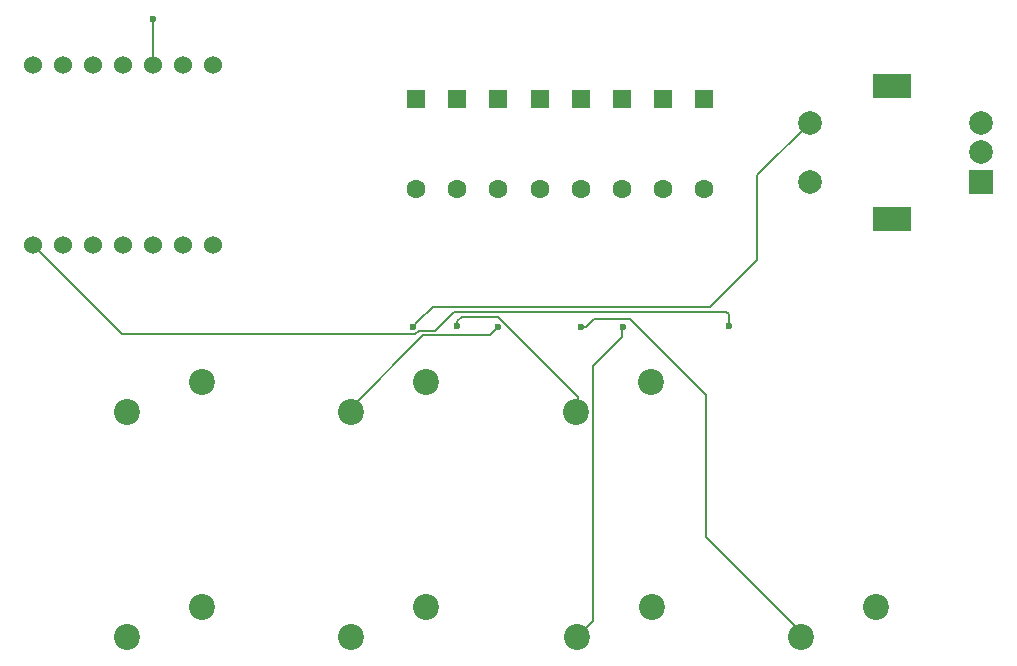
<source format=gbr>
G04 #@! TF.GenerationSoftware,KiCad,Pcbnew,9.0.7*
G04 #@! TF.CreationDate,2026-02-11T18:03:55+01:00*
G04 #@! TF.ProjectId,Schematic.kicad_pcb_2,53636865-6d61-4746-9963-2e6b69636164,rev?*
G04 #@! TF.SameCoordinates,Original*
G04 #@! TF.FileFunction,Copper,L2,Bot*
G04 #@! TF.FilePolarity,Positive*
%FSLAX46Y46*%
G04 Gerber Fmt 4.6, Leading zero omitted, Abs format (unit mm)*
G04 Created by KiCad (PCBNEW 9.0.7) date 2026-02-11 18:03:55*
%MOMM*%
%LPD*%
G01*
G04 APERTURE LIST*
G04 Aperture macros list*
%AMRoundRect*
0 Rectangle with rounded corners*
0 $1 Rounding radius*
0 $2 $3 $4 $5 $6 $7 $8 $9 X,Y pos of 4 corners*
0 Add a 4 corners polygon primitive as box body*
4,1,4,$2,$3,$4,$5,$6,$7,$8,$9,$2,$3,0*
0 Add four circle primitives for the rounded corners*
1,1,$1+$1,$2,$3*
1,1,$1+$1,$4,$5*
1,1,$1+$1,$6,$7*
1,1,$1+$1,$8,$9*
0 Add four rect primitives between the rounded corners*
20,1,$1+$1,$2,$3,$4,$5,0*
20,1,$1+$1,$4,$5,$6,$7,0*
20,1,$1+$1,$6,$7,$8,$9,0*
20,1,$1+$1,$8,$9,$2,$3,0*%
G04 Aperture macros list end*
G04 #@! TA.AperFunction,ComponentPad*
%ADD10C,2.200000*%
G04 #@! TD*
G04 #@! TA.AperFunction,ComponentPad*
%ADD11RoundRect,0.250000X-0.550000X0.550000X-0.550000X-0.550000X0.550000X-0.550000X0.550000X0.550000X0*%
G04 #@! TD*
G04 #@! TA.AperFunction,ComponentPad*
%ADD12C,1.600000*%
G04 #@! TD*
G04 #@! TA.AperFunction,ComponentPad*
%ADD13C,1.524000*%
G04 #@! TD*
G04 #@! TA.AperFunction,ComponentPad*
%ADD14R,2.000000X2.000000*%
G04 #@! TD*
G04 #@! TA.AperFunction,ComponentPad*
%ADD15C,2.000000*%
G04 #@! TD*
G04 #@! TA.AperFunction,ComponentPad*
%ADD16R,3.200000X2.000000*%
G04 #@! TD*
G04 #@! TA.AperFunction,ViaPad*
%ADD17C,0.600000*%
G04 #@! TD*
G04 #@! TA.AperFunction,Conductor*
%ADD18C,0.200000*%
G04 #@! TD*
G04 APERTURE END LIST*
D10*
G04 #@! TO.P,SW1,1,1*
G04 #@! TO.N,Net-(U1-GPIO29{slash}ADC3{slash}A3)*
X35290000Y-68000000D03*
G04 #@! TO.P,SW1,2,2*
G04 #@! TO.N,Net-(D1-A)*
X28940000Y-70540000D03*
G04 #@! TD*
D11*
G04 #@! TO.P,D3,1,K*
G04 #@! TO.N,Net-(D1-K)*
X70841071Y-24940000D03*
D12*
G04 #@! TO.P,D3,2,A*
G04 #@! TO.N,Net-(D3-A)*
X70841071Y-32560000D03*
G04 #@! TD*
D10*
G04 #@! TO.P,SW5,1,1*
G04 #@! TO.N,Net-(U1-GPIO28{slash}ADC2{slash}A2)*
X54290000Y-48920000D03*
G04 #@! TO.P,SW5,2,2*
G04 #@! TO.N,Net-(D6-A)*
X47940000Y-51460000D03*
G04 #@! TD*
G04 #@! TO.P,SW2,1,1*
G04 #@! TO.N,Net-(U1-GPIO28{slash}ADC2{slash}A2)*
X54290000Y-68000000D03*
G04 #@! TO.P,SW2,2,2*
G04 #@! TO.N,Net-(D2-A)*
X47940000Y-70540000D03*
G04 #@! TD*
D13*
G04 #@! TO.P,U1,1,GPIO26/ADC0/A0*
G04 #@! TO.N,Net-(U1-GPIO26{slash}ADC0{slash}A0)*
X21000000Y-37370000D03*
G04 #@! TO.P,U1,2,GPIO27/ADC1/A1*
G04 #@! TO.N,Net-(U1-GPIO27{slash}ADC1{slash}A1)*
X23540000Y-37370000D03*
G04 #@! TO.P,U1,3,GPIO28/ADC2/A2*
G04 #@! TO.N,Net-(U1-GPIO28{slash}ADC2{slash}A2)*
X26080000Y-37370000D03*
G04 #@! TO.P,U1,4,GPIO29/ADC3/A3*
G04 #@! TO.N,Net-(U1-GPIO29{slash}ADC3{slash}A3)*
X28620000Y-37370000D03*
G04 #@! TO.P,U1,5,GPIO6/SDA*
G04 #@! TO.N,unconnected-(U1-GPIO6{slash}SDA-Pad5)*
X31160000Y-37370000D03*
G04 #@! TO.P,U1,6,GPIO7/SCL*
G04 #@! TO.N,unconnected-(U1-GPIO7{slash}SCL-Pad6)*
X33700000Y-37370000D03*
G04 #@! TO.P,U1,7,GPIO0/TX*
G04 #@! TO.N,Net-(D9-DIN)*
X36240000Y-37370000D03*
G04 #@! TO.P,U1,8,GPIO1/RX*
G04 #@! TO.N,Net-(D5-K)*
X36240000Y-22130000D03*
G04 #@! TO.P,U1,9,GPIO2/SCK*
G04 #@! TO.N,Net-(D1-K)*
X33700000Y-22130000D03*
G04 #@! TO.P,U1,10,GPIO4/MISO*
G04 #@! TO.N,Net-(U1-GPIO4{slash}MISO)*
X31160000Y-22130000D03*
G04 #@! TO.P,U1,11,GPIO3/MOSI*
G04 #@! TO.N,Net-(U1-GPIO3{slash}MOSI)*
X28620000Y-22130000D03*
G04 #@! TO.P,U1,12,3V3*
G04 #@! TO.N,unconnected-(U1-3V3-Pad12)*
X26080000Y-22130000D03*
G04 #@! TO.P,U1,13,GND*
G04 #@! TO.N,GND*
X23540000Y-22130000D03*
G04 #@! TO.P,U1,14,VBUS*
G04 #@! TO.N,+5V*
X21000000Y-22130000D03*
G04 #@! TD*
D10*
G04 #@! TO.P,SW3,1,1*
G04 #@! TO.N,Net-(U1-GPIO27{slash}ADC1{slash}A1)*
X73350000Y-68000000D03*
G04 #@! TO.P,SW3,2,2*
G04 #@! TO.N,Net-(D3-A)*
X67000000Y-70540000D03*
G04 #@! TD*
G04 #@! TO.P,SW8,1,1*
G04 #@! TO.N,Net-(U1-GPIO26{slash}ADC0{slash}A0)*
X92350000Y-68000000D03*
G04 #@! TO.P,SW8,2,2*
G04 #@! TO.N,Net-(D4-A)*
X86000000Y-70540000D03*
G04 #@! TD*
D11*
G04 #@! TO.P,D4,1,K*
G04 #@! TO.N,Net-(D1-K)*
X67355357Y-24940000D03*
D12*
G04 #@! TO.P,D4,2,A*
G04 #@! TO.N,Net-(D4-A)*
X67355357Y-32560000D03*
G04 #@! TD*
D10*
G04 #@! TO.P,SW6,1,1*
G04 #@! TO.N,Net-(U1-GPIO27{slash}ADC1{slash}A1)*
X73290000Y-48920000D03*
G04 #@! TO.P,SW6,2,2*
G04 #@! TO.N,Net-(D7-A)*
X66940000Y-51460000D03*
G04 #@! TD*
D11*
G04 #@! TO.P,D6,1,K*
G04 #@! TO.N,Net-(D5-K)*
X60383929Y-24940000D03*
D12*
G04 #@! TO.P,D6,2,A*
G04 #@! TO.N,Net-(D6-A)*
X60383929Y-32560000D03*
G04 #@! TD*
D11*
G04 #@! TO.P,D1,1,K*
G04 #@! TO.N,Net-(D1-K)*
X77812500Y-24940000D03*
D12*
G04 #@! TO.P,D1,2,A*
G04 #@! TO.N,Net-(D1-A)*
X77812500Y-32560000D03*
G04 #@! TD*
D11*
G04 #@! TO.P,D2,1,K*
G04 #@! TO.N,Net-(D1-K)*
X74326786Y-24940000D03*
D12*
G04 #@! TO.P,D2,2,A*
G04 #@! TO.N,Net-(D2-A)*
X74326786Y-32560000D03*
G04 #@! TD*
D11*
G04 #@! TO.P,D5,1,K*
G04 #@! TO.N,Net-(D5-K)*
X63869643Y-25000000D03*
D12*
G04 #@! TO.P,D5,2,A*
G04 #@! TO.N,Net-(D5-A)*
X63869643Y-32620000D03*
G04 #@! TD*
D10*
G04 #@! TO.P,SW4,1,1*
G04 #@! TO.N,Net-(U1-GPIO29{slash}ADC3{slash}A3)*
X35290000Y-48920000D03*
G04 #@! TO.P,SW4,2,2*
G04 #@! TO.N,Net-(D5-A)*
X28940000Y-51460000D03*
G04 #@! TD*
D11*
G04 #@! TO.P,D8,1,K*
G04 #@! TO.N,Net-(D5-K)*
X53412500Y-24940000D03*
D12*
G04 #@! TO.P,D8,2,A*
G04 #@! TO.N,Net-(D8-A)*
X53412500Y-32560000D03*
G04 #@! TD*
D11*
G04 #@! TO.P,D7,1,K*
G04 #@! TO.N,Net-(D5-K)*
X56898214Y-24940000D03*
D12*
G04 #@! TO.P,D7,2,A*
G04 #@! TO.N,Net-(D7-A)*
X56898214Y-32560000D03*
G04 #@! TD*
D14*
G04 #@! TO.P,SW7,A,A*
G04 #@! TO.N,Net-(U1-GPIO4{slash}MISO)*
X101250000Y-32000000D03*
D15*
G04 #@! TO.P,SW7,B,B*
G04 #@! TO.N,Net-(U1-GPIO3{slash}MOSI)*
X101250000Y-27000000D03*
G04 #@! TO.P,SW7,C,C*
G04 #@! TO.N,GND*
X101250000Y-29500000D03*
D16*
G04 #@! TO.P,SW7,MP*
G04 #@! TO.N,N/C*
X93750000Y-35100000D03*
X93750000Y-23900000D03*
D15*
G04 #@! TO.P,SW7,S1,S1*
G04 #@! TO.N,Net-(D8-A)*
X86750000Y-27000000D03*
G04 #@! TO.P,SW7,S2,S2*
G04 #@! TO.N,Net-(U1-GPIO26{slash}ADC0{slash}A0)*
X86750000Y-32000000D03*
G04 #@! TD*
D17*
G04 #@! TO.N,Net-(D3-A)*
X70895536Y-44245536D03*
G04 #@! TO.N,Net-(D4-A)*
X67355357Y-44300000D03*
G04 #@! TO.N,Net-(D6-A)*
X60383929Y-44283929D03*
G04 #@! TO.N,Net-(D7-A)*
X56900000Y-44200000D03*
G04 #@! TO.N,Net-(D8-A)*
X53150707Y-44250707D03*
G04 #@! TO.N,Net-(U1-GPIO4{slash}MISO)*
X31160000Y-18198000D03*
G04 #@! TO.N,Net-(U1-GPIO26{slash}ADC0{slash}A0)*
X79900000Y-44200000D03*
G04 #@! TD*
D18*
G04 #@! TO.N,Net-(D3-A)*
X70841071Y-45158929D02*
X68399000Y-47601000D01*
X68399000Y-69141000D02*
X67000000Y-70540000D01*
X70841071Y-44300001D02*
X70841071Y-45158929D01*
X68399000Y-47601000D02*
X68399000Y-69141000D01*
X70895536Y-44245536D02*
X70841071Y-44300001D01*
G04 #@! TO.N,Net-(D4-A)*
X71520000Y-43620000D02*
X77950000Y-50050000D01*
X77950000Y-62027500D02*
X86462500Y-70540000D01*
X67355357Y-44300000D02*
X67800000Y-44300000D01*
X67800000Y-44300000D02*
X68480000Y-43620000D01*
X77950000Y-50050000D02*
X77950000Y-62027500D01*
X68480000Y-43620000D02*
X71520000Y-43620000D01*
G04 #@! TO.N,Net-(D6-A)*
X60383929Y-44283929D02*
X60383929Y-44316070D01*
X60383929Y-44316070D02*
X59699999Y-45000000D01*
X54007500Y-45000000D02*
X47797500Y-51210000D01*
X59699999Y-45000000D02*
X54007500Y-45000000D01*
G04 #@! TO.N,Net-(D7-A)*
X56900000Y-43800000D02*
X57300000Y-43400000D01*
X57300000Y-43400000D02*
X60349943Y-43400000D01*
X60349943Y-43400000D02*
X67152500Y-50202557D01*
X67152500Y-50202557D02*
X67152500Y-51210000D01*
X56900000Y-44200000D02*
X56900000Y-43800000D01*
G04 #@! TO.N,Net-(D8-A)*
X82300000Y-38600000D02*
X82300000Y-31450000D01*
X53599000Y-43801000D02*
X54820000Y-42580000D01*
X82300000Y-31450000D02*
X86750000Y-27000000D01*
X53599000Y-43802414D02*
X53599000Y-43801000D01*
X78320000Y-42580000D02*
X82300000Y-38600000D01*
X53150707Y-44250707D02*
X53599000Y-43802414D01*
X54820000Y-42580000D02*
X78320000Y-42580000D01*
G04 #@! TO.N,Net-(U1-GPIO4{slash}MISO)*
X31160000Y-18198000D02*
X31160000Y-22130000D01*
G04 #@! TO.N,Net-(U1-GPIO26{slash}ADC0{slash}A0)*
X53649943Y-44600000D02*
X53349943Y-44900000D01*
X79900000Y-43200000D02*
X79680000Y-42980000D01*
X53349943Y-44900000D02*
X28530000Y-44900000D01*
X79900000Y-44200000D02*
X79900000Y-43200000D01*
X56620000Y-42980000D02*
X55000000Y-44600000D01*
X55000000Y-44600000D02*
X53649943Y-44600000D01*
X28530000Y-44900000D02*
X21000000Y-37370000D01*
X79680000Y-42980000D02*
X56620000Y-42980000D01*
G04 #@! TD*
M02*

</source>
